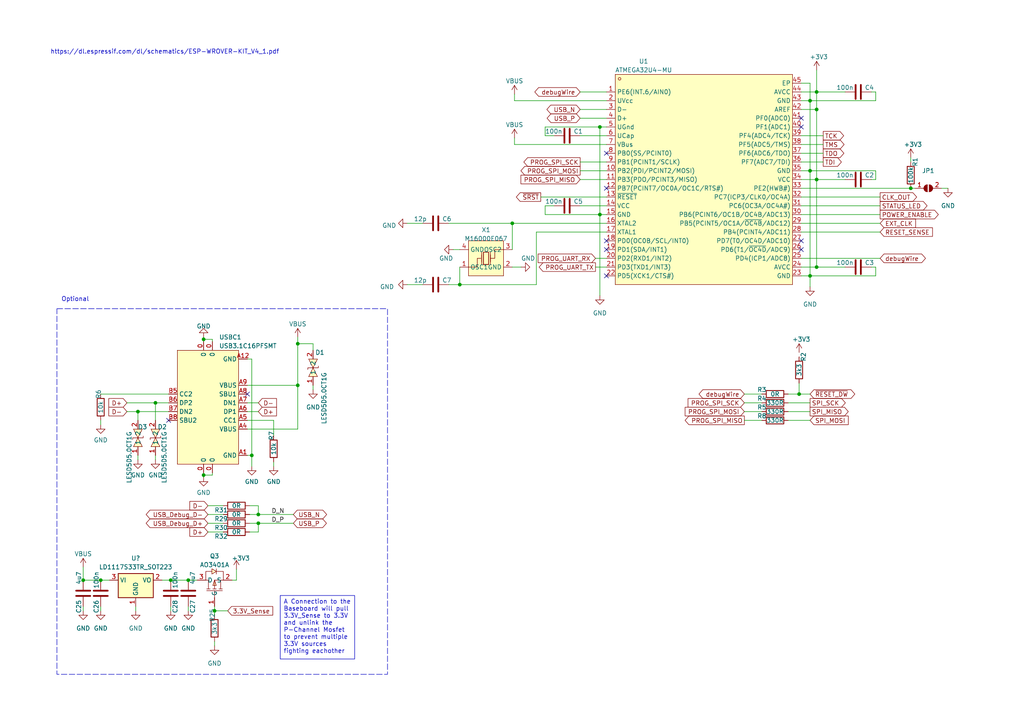
<source format=kicad_sch>
(kicad_sch (version 20230121) (generator eeschema)
  (paper "A4")
  (lib_symbols
    (symbol "Device:C" (pin_numbers hide) (pin_names (offset 0.254))
      (property "Reference" "C" (at 0.635 2.54 0))
      (property "Value" "C" (at 0.635 -2.54 0))
      (symbol "C_0_1"
        (polyline (pts (xy -2.032 -0.762) (xy 2.032 -0.762)) (stroke (width 0.508)))
        (polyline (pts (xy -2.032 0.762) (xy 2.032 0.762)) (stroke (width 0.508)))
      )
      (symbol "C_1_1"
        (pin passive line (at 0 3.81 270) (length 2.794) (name "~") (number "1"))
        (pin passive line (at 0 -3.81 90) (length 2.794) (name "~") (number "2"))
      )
    )
    (symbol "Device:R" (pin_numbers hide) (pin_names (offset 0))
      (property "Reference" "R" (at 2.032 0 90))
      (property "Value" "R" (at 0 0 90))
      (symbol "R_0_1"
        (rectangle (start -1.016 -2.54) (end 1.016 2.54) (stroke (width 0.254)))
      )
      (symbol "R_1_1"
        (pin passive line (at 0 3.81 270) (length 1.27) (name "~") (number "1"))
        (pin passive line (at 0 -3.81 90) (length 1.27) (name "~") (number "2"))
      )
    )
    (symbol "EduboardV2_kicadlib:AO3401A"
      (property "Reference" "Q?" (at 0 10.16 0))
      (property "Value" "AO3401A" (at 0 -10.16 0))
      (symbol "AO3401A_0_1"
        (polyline (pts (xy -2.54 0) (xy -0.508 0)))
        (polyline (pts (xy -0.508 2.286) (xy -0.508 -2.286)))
        (polyline (pts (xy 0 -2.286) (xy 0 -1.27)))
        (polyline (pts (xy 0 -0.508) (xy 0 0.508)))
        (polyline (pts (xy 0 1.27) (xy 0 2.286)))
        (polyline (pts (xy 2.54 -1.778) (xy 0 -1.778)))
        (polyline (pts (xy 2.54 1.778) (xy 0 1.778)))
        (polyline (pts (xy 0 0) (xy 2.54 0) (xy 2.54 -2.54)))
        (polyline (pts (xy 2.54 -2.54) (xy 5.08 -2.54) (xy 5.08 -0.508)))
        (polyline (pts (xy 2.54 0) (xy 1.016 0.508) (xy 1.016 -0.508) (xy 2.54 0)) (fill (type background)))
        (polyline (pts (xy 2.54 1.778) (xy 2.54 2.54) (xy 5.08 2.54) (xy 5.08 0.762)))
        (polyline (pts (xy 5.08 -0.508) (xy 5.842 0.762) (xy 4.318 0.762) (xy 5.08 -0.508)) (fill (type background)))
        (polyline (pts (xy 5.842 -0.508) (xy 5.588 -0.508) (xy 4.572 -0.508) (xy 4.318 -0.508)))
        (pin unspecified line (at -5.08 0 0) (length 2.54) (name "G") (number "1"))
        (pin unspecified line (at 2.54 -5.08 90) (length 2.54) (name "S") (number "2"))
        (pin unspecified line (at 2.54 5.08 270) (length 2.54) (name "D") (number "3"))
      )
    )
    (symbol "EduboardV2_kicadlib:ATMEGA32U4-MU"
      (property "Reference" "U" (at -48.26 32.385 0))
      (property "Value" "ATMEGA32U4-MU" (at 0 -33.02 0))
      (symbol "ATMEGA32U4-MU_0_1"
        (rectangle (start -49.53 30.48) (end 1.905 -30.48) (fill (type background)))
        (circle (center -48.26 29.21) (radius 0.38))
        (pin unspecified line (at -52.07 25.4 0) (length 2.54) (name "PE6(INT.6/AIN0)") (number "1"))
        (pin unspecified line (at -52.07 2.54 0) (length 2.54) (name "PB2(PDI/PCINT2/MOSI)") (number "10"))
        (pin unspecified line (at -52.07 0 0) (length 2.54) (name "PB3(PDO/PCINT3/MISO)") (number "11"))
        (pin unspecified line (at -52.07 -2.54 0) (length 2.54) (name "PB7(PCINT7/OC0A/OC1C/RTS#)") (number "12"))
        (pin unspecified line (at -52.07 -5.08 0) (length 2.54) (name "~{RESET}") (number "13"))
        (pin unspecified line (at -52.07 -7.62 0) (length 2.54) (name "VCC") (number "14"))
        (pin unspecified line (at -52.07 -10.16 0) (length 2.54) (name "GND") (number "15"))
        (pin unspecified line (at -52.07 -12.7 0) (length 2.54) (name "XTAL2") (number "16"))
        (pin unspecified line (at -52.07 -15.24 0) (length 2.54) (name "XTAL1") (number "17"))
        (pin unspecified line (at -52.07 -17.78 0) (length 2.54) (name "PD0(OC0B/SCL/INT0)") (number "18"))
        (pin unspecified line (at -52.07 -20.32 0) (length 2.54) (name "PD1(SDA/INT1)") (number "19"))
        (pin unspecified line (at -52.07 22.86 0) (length 2.54) (name "UVcc") (number "2"))
        (pin unspecified line (at -52.07 -22.86 0) (length 2.54) (name "PD2(RXD1/INT2)") (number "20"))
        (pin unspecified line (at -52.07 -25.4 0) (length 2.54) (name "PD3(TXD1/INT3)") (number "21"))
        (pin unspecified line (at -52.07 -27.94 0) (length 2.54) (name "PD5(XCK1/CTS#)") (number "22"))
        (pin unspecified line (at 4.445 -27.94 180) (length 2.54) (name "GND") (number "23"))
        (pin unspecified line (at 4.445 -25.4 180) (length 2.54) (name "AVCC") (number "24"))
        (pin unspecified line (at 4.445 -22.86 180) (length 2.54) (name "PD4(ICP1/ADC8)") (number "25"))
        (pin unspecified line (at 4.445 -20.32 180) (length 2.54) (name "PD6(T1/~{OC4D}/ADC9)") (number "26"))
        (pin unspecified line (at 4.445 -17.78 180) (length 2.54) (name "PD7(T0/OC4D/ADC10)") (number "27"))
        (pin unspecified line (at 4.445 -15.24 180) (length 2.54) (name "PB4(PCINT4/ADC11)") (number "28"))
        (pin unspecified line (at 4.445 -12.7 180) (length 2.54) (name "PB5(PCINT5/OC1A/~{OC4B}/ADC12)") (number "29"))
        (pin unspecified line (at -52.07 20.32 0) (length 2.54) (name "D-") (number "3"))
        (pin unspecified line (at 4.445 -10.16 180) (length 2.54) (name "PB6(PCINT6/OC1B/OC4B/ADC13)") (number "30"))
        (pin unspecified line (at 4.445 -7.62 180) (length 2.54) (name "PC6(OC3A/OC4A#)") (number "31"))
        (pin unspecified line (at 4.445 -5.08 180) (length 2.54) (name "PC7(ICP3/CLK0/OC4A)") (number "32"))
        (pin unspecified line (at 4.445 -2.54 180) (length 2.54) (name "PE2(HWB#)") (number "33"))
        (pin unspecified line (at 4.445 0 180) (length 2.54) (name "VCC") (number "34"))
        (pin unspecified line (at 4.445 2.54 180) (length 2.54) (name "GND") (number "35"))
        (pin unspecified line (at 4.445 5.08 180) (length 2.54) (name "PF7(ADC7/TDI)") (number "36"))
        (pin unspecified line (at 4.445 7.62 180) (length 2.54) (name "PF6(ADC6/TDO)") (number "37"))
        (pin unspecified line (at 4.445 10.16 180) (length 2.54) (name "PF5(ADC5/TMS)") (number "38"))
        (pin unspecified line (at 4.445 12.7 180) (length 2.54) (name "PF4(ADC4/TCK)") (number "39"))
        (pin unspecified line (at -52.07 17.78 0) (length 2.54) (name "D+") (number "4"))
        (pin unspecified line (at 4.445 15.24 180) (length 2.54) (name "PF1(ADC1)") (number "40"))
        (pin unspecified line (at 4.445 17.78 180) (length 2.54) (name "PF0(ADC0)") (number "41"))
        (pin unspecified line (at 4.445 20.32 180) (length 2.54) (name "AREF") (number "42"))
        (pin unspecified line (at 4.445 22.86 180) (length 2.54) (name "GND") (number "43"))
        (pin unspecified line (at 4.445 25.4 180) (length 2.54) (name "AVCC") (number "44"))
        (pin unspecified line (at 4.445 27.94 180) (length 2.54) (name "EP") (number "45"))
        (pin unspecified line (at -52.07 15.24 0) (length 2.54) (name "UGnd") (number "5"))
        (pin unspecified line (at -52.07 12.7 0) (length 2.54) (name "UCap") (number "6"))
        (pin unspecified line (at -52.07 10.16 0) (length 2.54) (name "VBus") (number "7"))
        (pin unspecified line (at -52.07 7.62 0) (length 2.54) (name "PB0(SS/PCINT0)") (number "8"))
        (pin unspecified line (at -52.07 5.08 0) (length 2.54) (name "PB1(PCINT1/SCLK)") (number "9"))
      )
    )
    (symbol "EduboardV2_kicadlib:LESD5D5.0CT1G"
      (property "Reference" "D?" (at 0 5.08 0))
      (property "Value" "LESD5D5.0CT1G" (at 0 -5.08 0))
      (symbol "LESD5D5.0CT1G_0_1"
        (polyline (pts (xy -2.54 1.27) (xy 0 0) (xy -2.54 -1.27) (xy -2.54 1.27)) (fill (type background)))
        (polyline (pts (xy 2.54 1.27) (xy 0 0) (xy 2.54 -1.27) (xy 2.54 1.27)) (fill (type background)))
        (polyline (pts (xy -0.508 1.524) (xy -0.508 1.524) (xy 0 1.524) (xy 0 -1.524) (xy 0.508 -1.524) (xy 0.508 -1.524)))
        (pin unspecified line (at -5.08 0 0) (length 2.54) (name "1") (number "1"))
        (pin unspecified line (at 5.08 0 180) (length 2.54) (name "2") (number "2"))
      )
    )
    (symbol "EduboardV2_kicadlib:M16000E067"
      (property "Reference" "X" (at 0 7.62 0))
      (property "Value" "M16000E067" (at 0 -7.62 0))
      (symbol "M16000E067_0_1"
        (rectangle (start -5.08 5.08) (end 5.08 -5.08) (fill (type background)))
        (polyline (pts (xy -1.27 -1.78) (xy -1.27 1.78)))
        (polyline (pts (xy -1.27 -1.02) (xy -1.27 1.02)))
        (polyline (pts (xy 0.76 -1.78) (xy -0.76 -1.78)))
        (polyline (pts (xy 1.27 -1.78) (xy 1.27 1.78)))
        (polyline (pts (xy 1.27 -1.02) (xy 1.27 1.02)))
        (polyline (pts (xy -5.08 -2.54) (xy -2.54 -2.54) (xy -2.54 0) (xy -1.52 0)))
        (polyline (pts (xy -0.76 -1.78) (xy -0.76 1.78) (xy 0.76 1.78) (xy 0.76 -1.78)))
        (polyline (pts (xy 5.08 2.54) (xy 2.54 2.54) (xy 2.54 0) (xy 1.27 0)))
        (polyline (pts (xy 0.76 1.78) (xy 0.76 -1.78) (xy -0.76 -1.78) (xy -0.76 1.78) (xy 0.76 1.78)) (fill (type background)))
        (pin input line (at -7.62 -2.54 0) (length 2.54) (name "OSC1") (number "1"))
        (pin input line (at 7.62 -2.54 180) (length 2.54) (name "GND") (number "2"))
        (pin input line (at 7.62 2.54 180) (length 2.54) (name "OSC2") (number "3"))
        (pin input line (at -7.62 2.54 0) (length 2.54) (name "GND") (number "4"))
      )
    )
    (symbol "EduboardV2_kicadlib:USB3.1C16PFSMT"
      (property "Reference" "USBC?" (at 0 24.13 0))
      (property "Value" "USB3.1C16PFSMT" (at 0 -24.13 0))
      (symbol "USB3.1C16PFSMT_0_1"
        (rectangle (start -8.89 16.51) (end 8.89 -16.51) (fill (type background)))
        (pin unspecified line (at -1.27 -19.05 90) (length 2.54) (name "0") (number "0"))
        (pin unspecified line (at -1.27 19.05 270) (length 2.54) (name "0") (number "0"))
        (pin unspecified line (at 1.27 -19.05 90) (length 2.54) (name "0") (number "0"))
        (pin unspecified line (at 1.27 19.05 270) (length 2.54) (name "0") (number "0"))
        (pin unspecified line (at 11.43 -13.97 180) (length 2.54) (name "GND") (number "A1"))
        (pin unspecified line (at 11.43 13.97 180) (length 2.54) (name "GND") (number "A12"))
        (pin unspecified line (at 11.43 -6.35 180) (length 2.54) (name "VBUS") (number "A4"))
        (pin unspecified line (at 11.43 -3.81 180) (length 2.54) (name "CC1") (number "A5"))
        (pin unspecified line (at 11.43 -1.27 180) (length 2.54) (name "DP1") (number "A6"))
        (pin unspecified line (at 11.43 1.27 180) (length 2.54) (name "DN1") (number "A7"))
        (pin unspecified line (at 11.43 3.81 180) (length 2.54) (name "SBU1") (number "A8"))
        (pin unspecified line (at 11.43 6.35 180) (length 2.54) (name "VBUS") (number "A9"))
        (pin unspecified line (at -11.43 3.81 0) (length 2.54) (name "CC2") (number "B5"))
        (pin unspecified line (at -11.43 1.27 0) (length 2.54) (name "DP2") (number "B6"))
        (pin unspecified line (at -11.43 -1.27 0) (length 2.54) (name "DN2") (number "B7"))
        (pin unspecified line (at -11.43 -3.81 0) (length 2.54) (name "SBU2") (number "B8"))
      )
    )
    (symbol "Jumper:SolderJumper_2_Open" (pin_names (offset 0) hide)
      (property "Reference" "JP" (at 0 2.032 0))
      (property "Value" "SolderJumper_2_Open" (at 0 -2.54 0))
      (symbol "SolderJumper_2_Open_0_1"
        (arc (start -0.254 1.016) (mid -1.2656 0) (end -0.254 -1.016))
        (arc (start -0.254 1.016) (mid -1.2656 0) (end -0.254 -1.016) (fill (type outline)))
        (polyline (pts (xy -0.254 1.016) (xy -0.254 -1.016)))
        (polyline (pts (xy 0.254 1.016) (xy 0.254 -1.016)))
        (arc (start 0.254 -1.016) (mid 1.2656 0) (end 0.254 1.016))
        (arc (start 0.254 -1.016) (mid 1.2656 0) (end 0.254 1.016) (fill (type outline)))
      )
      (symbol "SolderJumper_2_Open_1_1"
        (pin passive line (at -3.81 0 0) (length 2.54) (name "A") (number "1"))
        (pin passive line (at 3.81 0 180) (length 2.54) (name "B") (number "2"))
      )
    )
    (symbol "Regulator_Linear:LD1117S33TR_SOT223"
      (property "Reference" "U" (at -3.81 3.175 0))
      (property "Value" "LD1117S33TR_SOT223" (at 0 3.175 0))
      (symbol "LD1117S33TR_SOT223_0_1"
        (rectangle (start -5.08 -5.08) (end 5.08 1.905) (stroke (width 0.254)) (fill (type background)))
      )
      (symbol "LD1117S33TR_SOT223_1_1"
        (pin power_in line (at 0 -7.62 90) (length 2.54) (name "GND") (number "1"))
        (pin power_out line (at 7.62 0 180) (length 2.54) (name "VO") (number "2"))
        (pin power_in line (at -7.62 0 0) (length 2.54) (name "VI") (number "3"))
      )
    )
    (symbol "power:+3V3" (power) (pin_names (offset 0))
      (property "Value" "+3V3" (at 0 3.556 0))
      (symbol "+3V3_0_1"
        (polyline (pts (xy -0.762 1.27) (xy 0 2.54)))
        (polyline (pts (xy 0 0) (xy 0 2.54)))
        (polyline (pts (xy 0 2.54) (xy 0.762 1.27)))
      )
      (symbol "+3V3_1_1"
        (pin power_in line (at 0 0 90) (length 0) hide (name "+3V3") (number "1"))
      )
    )
    (symbol "power:GND" (power) (pin_names (offset 0))
      (property "Value" "GND" (at 0 -3.81 0))
      (symbol "GND_0_1"
        (polyline (pts (xy 0 0) (xy 0 -1.27) (xy 1.27 -1.27) (xy 0 -2.54) (xy -1.27 -1.27) (xy 0 -1.27)))
      )
      (symbol "GND_1_1"
        (pin power_in line (at 0 0 270) (length 0) hide (name "GND") (number "1"))
      )
    )
    (symbol "power:VBUS" (power) (pin_names (offset 0))
      (property "Value" "VBUS" (at 0 3.81 0))
      (symbol "VBUS_0_1"
        (polyline (pts (xy -0.762 1.27) (xy 0 2.54)))
        (polyline (pts (xy 0 0) (xy 0 2.54)))
        (polyline (pts (xy 0 2.54) (xy 0.762 1.27)))
      )
      (symbol "VBUS_1_1"
        (pin power_in line (at 0 0 90) (length 0) hide (name "VBUS") (number "1"))
      )
    )
  )
  (junction (at 74.93 151.765))
  (junction (at 231.775 114.3))
  (junction (at 173.99 62.23))
  (junction (at 24.13 168.275))
  (junction (at 54.61 168.275))
  (junction (at 86.36 99.695))
  (junction (at 264.16 54.61))
  (junction (at 45.085 116.84))
  (junction (at 236.855 52.07))
  (junction (at 59.055 98.425))
  (junction (at 74.93 149.225))
  (junction (at 86.36 111.76))
  (junction (at 173.99 36.83))
  (junction (at 234.95 49.53))
  (junction (at 148.59 64.77))
  (junction (at 59.055 137.795))
  (junction (at 236.855 26.67))
  (junction (at 234.95 80.01))
  (junction (at 73.025 132.08))
  (junction (at 133.35 82.55))
  (junction (at 29.21 168.275))
  (junction (at 62.23 177.165))
  (junction (at 40.005 119.38))
  (junction (at 236.855 31.75))
  (junction (at 236.855 77.47))
  (junction (at 49.53 168.275))
  (junction (at 234.95 29.21))
  (no_connect (at 48.895 121.92))
  (no_connect (at 71.755 114.3))
  (no_connect (at 175.895 44.45))
  (no_connect (at 175.895 54.61))
  (no_connect (at 232.41 69.85))
  (no_connect (at 175.895 72.39))
  (no_connect (at 232.41 34.29))
  (no_connect (at 232.41 36.83))
  (no_connect (at 175.895 69.85))
  (no_connect (at 232.41 72.39))
  (no_connect (at 175.895 80.01))
  (wire (pts (xy 234.95 49.53) (xy 234.95 80.01)))
  (wire (pts (xy 71.755 124.46) (xy 86.36 124.46)))
  (wire (pts (xy 62.23 186.055) (xy 62.23 187.325)))
  (wire (pts (xy 62.23 177.165) (xy 62.23 178.435)))
  (wire (pts (xy 74.93 149.225) (xy 72.39 149.225)))
  (wire (pts (xy 118.11 64.77) (xy 122.555 64.77)))
  (wire (pts (xy 228.6 119.38) (xy 234.95 119.38)))
  (wire (pts (xy 66.04 177.165) (xy 62.23 177.165)))
  (wire (pts (xy 168.275 49.53) (xy 175.895 49.53)))
  (wire (pts (xy 59.055 137.795) (xy 59.055 138.43)))
  (wire (pts (xy 215.9 116.84) (xy 220.98 116.84)))
  (wire (pts (xy 215.9 114.3) (xy 220.98 114.3)))
  (wire (pts (xy 73.025 135.255) (xy 73.025 132.08)))
  (wire (pts (xy 60.325 154.305) (xy 64.77 154.305)))
  (wire (pts (xy 86.36 99.695) (xy 86.36 111.76)))
  (wire (pts (xy 118.11 82.55) (xy 122.555 82.55)))
  (wire (pts (xy 168.275 52.07) (xy 175.895 52.07)))
  (wire (pts (xy 232.41 62.23) (xy 255.27 62.23)))
  (wire (pts (xy 234.95 24.13) (xy 234.95 29.21)))
  (wire (pts (xy 228.6 121.92) (xy 234.95 121.92)))
  (wire (pts (xy 148.59 77.47) (xy 151.13 77.47)))
  (wire (pts (xy 232.41 44.45) (xy 238.76 44.45)))
  (wire (pts (xy 29.21 168.275) (xy 31.75 168.275)))
  (wire (pts (xy 158.115 39.37) (xy 160.655 39.37)))
  (wire (pts (xy 79.375 121.92) (xy 71.755 121.92)))
  (wire (pts (xy 40.005 119.38) (xy 40.005 121.92)))
  (wire (pts (xy 60.325 149.225) (xy 64.77 149.225)))
  (wire (pts (xy 61.595 98.425) (xy 59.055 98.425)))
  (wire (pts (xy 36.83 116.84) (xy 45.085 116.84)))
  (wire (pts (xy 168.275 34.29) (xy 175.895 34.29)))
  (wire (pts (xy 172.72 74.93) (xy 175.895 74.93)))
  (wire (pts (xy 234.95 80.01) (xy 232.41 80.01)))
  (wire (pts (xy 236.855 20.32) (xy 236.855 26.67)))
  (wire (pts (xy 49.53 168.275) (xy 54.61 168.275)))
  (wire (pts (xy 232.41 64.77) (xy 255.27 64.77)))
  (wire (pts (xy 60.325 151.765) (xy 64.77 151.765)))
  (wire (pts (xy 74.93 146.685) (xy 74.93 149.225)))
  (wire (pts (xy 232.41 39.37) (xy 238.76 39.37)))
  (wire (pts (xy 72.39 146.685) (xy 74.93 146.685)))
  (wire (pts (xy 149.225 41.91) (xy 175.895 41.91)))
  (wire (pts (xy 29.21 121.92) (xy 29.21 123.19)))
  (wire (pts (xy 59.055 137.16) (xy 59.055 137.795)))
  (wire (pts (xy 264.16 45.72) (xy 264.16 46.99)))
  (wire (pts (xy 131.445 72.39) (xy 133.35 72.39)))
  (wire (pts (xy 74.93 149.225) (xy 85.09 149.225)))
  (wire (pts (xy 232.41 29.21) (xy 234.95 29.21)))
  (wire (pts (xy 45.085 116.84) (xy 45.085 121.92)))
  (wire (pts (xy 252.73 26.67) (xy 254 26.67)))
  (wire (pts (xy 168.275 31.75) (xy 175.895 31.75)))
  (wire (pts (xy 67.31 168.275) (xy 68.58 168.275)))
  (wire (pts (xy 79.375 133.985) (xy 79.375 135.255)))
  (wire (pts (xy 36.83 119.38) (xy 40.005 119.38)))
  (wire (pts (xy 148.59 64.77) (xy 148.59 72.39)))
  (wire (pts (xy 236.855 31.75) (xy 236.855 52.07)))
  (wire (pts (xy 234.95 29.21) (xy 234.95 49.53)))
  (wire (pts (xy 234.95 29.21) (xy 254 29.21)))
  (wire (pts (xy 232.41 57.15) (xy 255.27 57.15)))
  (wire (pts (xy 236.855 77.47) (xy 245.11 77.47)))
  (wire (pts (xy 71.755 111.76) (xy 86.36 111.76)))
  (wire (pts (xy 158.115 59.69) (xy 160.655 59.69)))
  (wire (pts (xy 232.41 67.31) (xy 255.27 67.31)))
  (wire (pts (xy 228.6 116.84) (xy 234.95 116.84)))
  (wire (pts (xy 155.575 82.55) (xy 133.35 82.55)))
  (wire (pts (xy 24.13 164.465) (xy 24.13 168.275)))
  (wire (pts (xy 231.775 114.3) (xy 234.95 114.3)))
  (wire (pts (xy 232.41 77.47) (xy 236.855 77.47)))
  (wire (pts (xy 74.93 151.765) (xy 72.39 151.765)))
  (wire (pts (xy 232.41 41.91) (xy 238.76 41.91)))
  (wire (pts (xy 156.845 57.15) (xy 175.895 57.15)))
  (wire (pts (xy 215.9 119.38) (xy 220.98 119.38)))
  (wire (pts (xy 236.855 26.67) (xy 245.11 26.67)))
  (wire (pts (xy 40.005 132.08) (xy 40.005 133.35)))
  (wire (pts (xy 234.95 83.185) (xy 234.95 80.01)))
  (wire (pts (xy 90.805 101.6) (xy 90.805 99.695)))
  (wire (pts (xy 168.275 59.69) (xy 175.895 59.69)))
  (wire (pts (xy 54.61 175.895) (xy 54.61 177.165)))
  (wire (pts (xy 231.775 111.125) (xy 231.775 114.3)))
  (wire (pts (xy 236.855 52.07) (xy 245.11 52.07)))
  (wire (pts (xy 155.575 67.31) (xy 175.895 67.31)))
  (wire (pts (xy 61.595 137.795) (xy 59.055 137.795)))
  (wire (pts (xy 49.53 175.895) (xy 49.53 177.165)))
  (wire (pts (xy 133.35 77.47) (xy 133.35 82.55)))
  (wire (pts (xy 59.055 97.79) (xy 59.055 98.425)))
  (wire (pts (xy 40.005 119.38) (xy 48.895 119.38)))
  (wire (pts (xy 149.225 40.005) (xy 149.225 41.91)))
  (wire (pts (xy 252.73 52.07) (xy 254 52.07)))
  (wire (pts (xy 46.99 168.275) (xy 49.53 168.275)))
  (wire (pts (xy 175.895 62.23) (xy 173.99 62.23)))
  (wire (pts (xy 232.41 46.99) (xy 238.76 46.99)))
  (wire (pts (xy 86.36 97.79) (xy 86.36 99.695)))
  (wire (pts (xy 155.575 67.31) (xy 155.575 82.55)))
  (wire (pts (xy 173.99 62.23) (xy 173.99 85.725)))
  (wire (pts (xy 61.595 99.06) (xy 61.595 98.425)))
  (wire (pts (xy 39.37 175.895) (xy 39.37 177.165)))
  (wire (pts (xy 71.755 119.38) (xy 74.93 119.38)))
  (wire (pts (xy 149.225 29.21) (xy 175.895 29.21)))
  (wire (pts (xy 61.595 137.16) (xy 61.595 137.795)))
  (wire (pts (xy 29.21 175.895) (xy 29.21 177.165)))
  (wire (pts (xy 72.39 154.305) (xy 74.93 154.305)))
  (wire (pts (xy 254 77.47) (xy 254 80.01)))
  (wire (pts (xy 232.41 26.67) (xy 236.855 26.67)))
  (wire (pts (xy 158.115 62.23) (xy 158.115 59.69)))
  (wire (pts (xy 74.93 151.765) (xy 85.09 151.765)))
  (wire (pts (xy 228.6 114.3) (xy 231.775 114.3)))
  (wire (pts (xy 148.59 64.77) (xy 175.895 64.77)))
  (wire (pts (xy 236.855 52.07) (xy 236.855 77.47)))
  (wire (pts (xy 232.41 54.61) (xy 264.16 54.61)))
  (wire (pts (xy 158.115 36.83) (xy 173.99 36.83)))
  (wire (pts (xy 252.73 77.47) (xy 254 77.47)))
  (wire (pts (xy 71.755 104.14) (xy 73.025 104.14)))
  (wire (pts (xy 86.36 124.46) (xy 86.36 111.76)))
  (wire (pts (xy 90.805 99.695) (xy 86.36 99.695)))
  (wire (pts (xy 232.41 74.93) (xy 255.27 74.93)))
  (wire (pts (xy 62.23 177.165) (xy 62.23 175.895)))
  (wire (pts (xy 264.16 54.61) (xy 265.43 54.61)))
  (wire (pts (xy 74.93 154.305) (xy 74.93 151.765)))
  (wire (pts (xy 24.13 168.275) (xy 29.21 168.275)))
  (wire (pts (xy 234.95 80.01) (xy 254 80.01)))
  (wire (pts (xy 168.275 26.67) (xy 175.895 26.67)))
  (wire (pts (xy 73.025 132.08) (xy 71.755 132.08)))
  (wire (pts (xy 149.225 27.305) (xy 149.225 29.21)))
  (wire (pts (xy 90.805 111.76) (xy 90.805 113.03)))
  (wire (pts (xy 172.72 77.47) (xy 175.895 77.47)))
  (wire (pts (xy 254 52.07) (xy 254 49.53)))
  (wire (pts (xy 232.41 49.53) (xy 234.95 49.53)))
  (wire (pts (xy 133.35 82.55) (xy 130.175 82.55)))
  (wire (pts (xy 232.41 31.75) (xy 236.855 31.75)))
  (wire (pts (xy 45.085 132.08) (xy 45.085 133.35)))
  (wire (pts (xy 24.13 175.895) (xy 24.13 177.165)))
  (wire (pts (xy 173.99 36.83) (xy 173.99 62.23)))
  (wire (pts (xy 232.41 59.69) (xy 255.27 59.69)))
  (wire (pts (xy 54.61 168.275) (xy 57.15 168.275)))
  (wire (pts (xy 232.41 52.07) (xy 236.855 52.07)))
  (wire (pts (xy 79.375 126.365) (xy 79.375 121.92)))
  (wire (pts (xy 232.41 24.13) (xy 234.95 24.13)))
  (wire (pts (xy 236.855 26.67) (xy 236.855 31.75)))
  (wire (pts (xy 73.025 104.14) (xy 73.025 132.08)))
  (wire (pts (xy 68.58 168.275) (xy 68.58 165.1)))
  (wire (pts (xy 59.055 98.425) (xy 59.055 99.06)))
  (wire (pts (xy 29.21 114.3) (xy 48.895 114.3)))
  (wire (pts (xy 173.99 62.23) (xy 158.115 62.23)))
  (wire (pts (xy 168.275 39.37) (xy 175.895 39.37)))
  (wire (pts (xy 168.275 46.99) (xy 175.895 46.99)))
  (wire (pts (xy 254 26.67) (xy 254 29.21)))
  (wire (pts (xy 234.95 49.53) (xy 254 49.53)))
  (wire (pts (xy 45.085 116.84) (xy 48.895 116.84)))
  (wire (pts (xy 158.115 36.83) (xy 158.115 39.37)))
  (wire (pts (xy 130.175 64.77) (xy 148.59 64.77)))
  (wire (pts (xy 215.9 121.92) (xy 220.98 121.92)))
  (wire (pts (xy 60.325 146.685) (xy 64.77 146.685)))
  (wire (pts (xy 273.05 54.61) (xy 274.955 54.61)))
  (wire (pts (xy 71.755 116.84) (xy 74.93 116.84)))
  (wire (pts (xy 175.895 36.83) (xy 173.99 36.83)))
  (rectangle (start 16.51 89.535) (end 112.395 195.58) (stroke (width 0) (type dash)))
  (text_box "A Connection to the Baseboard will pull 3.3V_Sense to 3.3V and unlink the P-Channel Mosfet to prevent multiple 3.3V sources fighting eachother" (at 81.28 172.72 0) (size 21.59 18.415) (effects (font (size 1.27 1.27)) (justify left top)))
  (text "Optional" (at 17.78 87.63 0) (effects (font (size 1.27 1.27)) (justify left bottom)))
  (text "https://dl.espressif.com/dl/schematics/ESP-WROVER-KIT_V4_1.pdf" (at 14.605 15.875 0) (effects (font (size 1.27 1.27)) (justify left bottom)))
  (label "D_P" (at 78.74 151.765 0))
  (label "D_N" (at 78.74 149.225 0))
  (global_label "~{SRST}" (shape output) (at 156.845 57.15 180) (property "Intersheetrefs" "${INTERSHEET_REFS}" (effects hide)))
  (global_label "~{RESET_DW}" (shape bidirectional) (at 234.95 114.3 0) (property "Intersheetrefs" "${INTERSHEET_REFS}" (effects hide)))
  (global_label "debugWire" (shape bidirectional) (at 168.275 26.67 180) (property "Intersheetrefs" "${INTERSHEET_REFS}" (effects hide)))
  (global_label "D-" (shape input) (at 74.93 116.84 0) (property "Intersheetrefs" "${INTERSHEET_REFS}" (effects hide)))
  (global_label "TDO" (shape output) (at 238.76 44.45 0) (property "Intersheetrefs" "${INTERSHEET_REFS}" (effects hide)))
  (global_label "PROG_SPI_SCK" (shape input) (at 215.9 116.84 180) (property "Intersheetrefs" "${INTERSHEET_REFS}" (effects hide)))
  (global_label "STATUS_LED" (shape output) (at 255.27 59.69 0) (property "Intersheetrefs" "${INTERSHEET_REFS}" (effects hide)))
  (global_label "PROG_SPI_MISO" (shape input) (at 168.275 52.07 180) (property "Intersheetrefs" "${INTERSHEET_REFS}" (effects hide)))
  (global_label "debugWire" (shape bidirectional) (at 215.9 114.3 180) (property "Intersheetrefs" "${INTERSHEET_REFS}" (effects hide)))
  (global_label "USB_P" (shape bidirectional) (at 168.275 34.29 180) (property "Intersheetrefs" "${INTERSHEET_REFS}" (effects hide)))
  (global_label "USB_N" (shape bidirectional) (at 85.09 149.225 0) (property "Intersheetrefs" "${INTERSHEET_REFS}" (effects hide)))
  (global_label "3.3V_Sense" (shape input) (at 66.04 177.165 0) (property "Intersheetrefs" "${INTERSHEET_REFS}" (effects hide)))
  (global_label "PROG_SPI_MOSI" (shape input) (at 215.9 119.38 180) (property "Intersheetrefs" "${INTERSHEET_REFS}" (effects hide)))
  (global_label "USB_N" (shape bidirectional) (at 168.275 31.75 180) (property "Intersheetrefs" "${INTERSHEET_REFS}" (effects hide)))
  (global_label "SPI_MOSI" (shape input) (at 234.95 121.92 0) (property "Intersheetrefs" "${INTERSHEET_REFS}" (effects hide)))
  (global_label "PROG_SPI_SCK" (shape output) (at 168.275 46.99 180) (property "Intersheetrefs" "${INTERSHEET_REFS}" (effects hide)))
  (global_label "D-" (shape input) (at 60.325 146.685 180) (property "Intersheetrefs" "${INTERSHEET_REFS}" (effects hide)))
  (global_label "TCK" (shape output) (at 238.76 39.37 0) (property "Intersheetrefs" "${INTERSHEET_REFS}" (effects hide)))
  (global_label "POWER_ENABLE" (shape output) (at 255.27 62.23 0) (property "Intersheetrefs" "${INTERSHEET_REFS}" (effects hide)))
  (global_label "EXT_CLK" (shape input) (at 255.27 64.77 0) (property "Intersheetrefs" "${INTERSHEET_REFS}" (effects hide)))
  (global_label "TDI" (shape output) (at 238.76 46.99 0) (property "Intersheetrefs" "${INTERSHEET_REFS}" (effects hide)))
  (global_label "USB_Debug_D+" (shape bidirectional) (at 60.325 151.765 180) (property "Intersheetrefs" "${INTERSHEET_REFS}" (effects hide)))
  (global_label "PROG_UART_TX" (shape output) (at 172.72 77.47 180) (property "Intersheetrefs" "${INTERSHEET_REFS}" (effects hide)))
  (global_label "SPI_MISO" (shape output) (at 234.95 119.38 0) (property "Intersheetrefs" "${INTERSHEET_REFS}" (effects hide)))
  (global_label "SPI_SCK" (shape output) (at 234.95 116.84 0) (property "Intersheetrefs" "${INTERSHEET_REFS}" (effects hide)))
  (global_label "USB_Debug_D-" (shape bidirectional) (at 60.325 149.225 180) (property "Intersheetrefs" "${INTERSHEET_REFS}" (effects hide)))
  (global_label "PROG_UART_RX" (shape input) (at 172.72 74.93 180) (property "Intersheetrefs" "${INTERSHEET_REFS}" (effects hide)))
  (global_label "RESET_SENSE" (shape input) (at 255.27 67.31 0) (property "Intersheetrefs" "${INTERSHEET_REFS}" (effects hide)))
  (global_label "D+" (shape input) (at 74.93 119.38 0) (property "Intersheetrefs" "${INTERSHEET_REFS}" (effects hide)))
  (global_label "TMS" (shape output) (at 238.76 41.91 0) (property "Intersheetrefs" "${INTERSHEET_REFS}" (effects hide)))
  (global_label "D-" (shape input) (at 36.83 119.38 180) (property "Intersheetrefs" "${INTERSHEET_REFS}" (effects hide)))
  (global_label "PROG_SPI_MOSI" (shape output) (at 168.275 49.53 180) (property "Intersheetrefs" "${INTERSHEET_REFS}" (effects hide)))
  (global_label "CLK_OUT" (shape output) (at 255.27 57.15 0) (property "Intersheetrefs" "${INTERSHEET_REFS}" (effects hide)))
  (global_label "PROG_SPI_MISO" (shape output) (at 215.9 121.92 180) (property "Intersheetrefs" "${INTERSHEET_REFS}" (effects hide)))
  (global_label "USB_P" (shape bidirectional) (at 85.09 151.765 0) (property "Intersheetrefs" "${INTERSHEET_REFS}" (effects hide)))
  (global_label "debugWire" (shape bidirectional) (at 255.27 74.93 0) (property "Intersheetrefs" "${INTERSHEET_REFS}" (effects hide)))
  (global_label "D+" (shape input) (at 60.325 154.305 180) (property "Intersheetrefs" "${INTERSHEET_REFS}" (effects hide)))
  (global_label "D+" (shape input) (at 36.83 116.84 180) (property "Intersheetrefs" "${INTERSHEET_REFS}" (effects hide)))
  (symbol (lib_id "power:GND") (at 40.005 133.35 0) (unit 1)
    (property "Reference" "#PWR015" (effects hide))
    (property "Value" "GND" (at 40.005 137.795 0))
  )
  (symbol (lib_id "Device:R") (at 79.375 130.175 0) (unit 1)
    (property "Reference" "R7" (at 78.74 126.365 90))
    (property "Value" "10k" (at 79.375 130.175 90))
    (property "Footprint" "Resistor_SMD:R_0603_1608Metric" (effects hide))
    (property "LCSC Part" "C116677" (effects hide))
  )
  (symbol (lib_id "power:GND") (at 131.445 72.39 270) (unit 1)
    (property "Reference" "#PWR020" (effects hide))
    (property "Value" "GND" (at 131.445 74.93 90) (effects (justify right)))
  )
  (symbol (lib_id "power:GND") (at 90.805 113.03 0) (unit 1)
    (property "Reference" "#PWR014" (effects hide))
    (property "Value" "GND" (at 90.805 118.11 0))
  )
  (symbol (lib_id "Device:R") (at 29.21 118.11 0) (unit 1)
    (property "Reference" "R6" (at 28.575 114.3 90))
    (property "Value" "10k" (at 29.21 118.11 90))
    (property "Footprint" "Resistor_SMD:R_0603_1608Metric" (effects hide))
    (property "LCSC Part" "C116677" (effects hide))
  )
  (symbol (lib_id "Device:C") (at 248.92 77.47 270) (mirror x) (unit 1)
    (property "Reference" "C3" (at 250.825 76.2 90) (effects (justify left)))
    (property "Value" "100n" (at 242.57 76.2 90) (effects (justify left)))
    (property "Footprint" "Capacitor_SMD:C_0603_1608Metric" (effects hide))
    (property "LCSC Part" "C105907" (effects hide))
  )
  (symbol (lib_id "Device:R") (at 224.79 116.84 270) (unit 1)
    (property "Reference" "R4" (at 220.98 115.57 90))
    (property "Value" "330R" (at 224.79 116.84 90))
    (property "Footprint" "Resistor_SMD:R_0603_1608Metric" (effects hide))
    (property "LCSC Part" "C116677" (effects hide))
  )
  (symbol (lib_id "power:GND") (at 39.37 177.165 0) (unit 1)
    (property "Reference" "#PWR067" (effects hide))
    (property "Value" "GND" (at 39.37 182.245 0))
  )
  (symbol (lib_id "power:+3V3") (at 236.855 20.32 0) (unit 1)
    (property "Reference" "#PWR017" (effects hide))
    (property "Value" "+3V3" (at 237.49 16.51 0))
  )
  (symbol (lib_id "Device:R") (at 264.16 50.8 180) (unit 1)
    (property "Reference" "R1" (at 265.43 46.99 90))
    (property "Value" "100k" (at 264.16 50.8 90))
    (property "Footprint" "Resistor_SMD:R_0603_1608Metric" (effects hide))
    (property "LCSC Part" "C116677" (effects hide))
  )
  (symbol (lib_id "Device:R") (at 68.58 149.225 90) (unit 1)
    (property "Reference" "R29" (at 64.135 150.495 90))
    (property "Value" "0R" (at 68.58 149.225 90))
    (property "Footprint" "Resistor_SMD:R_0603_1608Metric" (effects hide))
    (property "LCSC Part" "C465460" (effects hide))
  )
  (symbol (lib_id "Device:C") (at 49.53 172.085 0) (mirror x) (unit 1)
    (property "Reference" "C28" (at 50.8 173.99 90) (effects (justify left)))
    (property "Value" "100n" (at 50.8 165.735 90) (effects (justify left)))
    (property "Footprint" "Capacitor_SMD:C_0603_1608Metric" (effects hide))
    (property "LCSC Part" "C105907" (effects hide))
  )
  (symbol (lib_id "power:GND") (at 45.085 133.35 0) (unit 1)
    (property "Reference" "#PWR016" (effects hide))
    (property "Value" "GND" (at 45.085 137.795 0))
  )
  (symbol (lib_id "EduboardV2_kicadlib:ATMEGA32U4-MU") (at 227.965 52.07 0) (unit 1)
    (property "Reference" "U1" (at 186.69 17.78 0))
    (property "Value" "ATMEGA32U4-MU" (at 186.69 20.32 0))
    (property "Footprint" "EduboardV2_kicadlib:VQFN-44_L7.0-W7.0-P0.50-BL-EP5.2" (effects hide))
    (property "Datasheet" "https://lcsc.com/product-detail/ATMEL-AVR_MICROCHIP_ATMEGA32U4-MU_ATMEGA32U4-MU_C112161.html" (effects hide))
    (property "Manufacturer" "MICROCHIP(美国微芯)" (effects hide))
    (property "LCSC Part" "C112161" (effects hide))
    (property "JLC Part" "Extended Part" (effects hide))
  )
  (symbol (lib_id "power:GND") (at 79.375 135.255 0) (unit 1)
    (property "Reference" "#PWR011" (effects hide))
    (property "Value" "GND" (at 79.375 139.7 0))
  )
  (symbol (lib_id "power:VBUS") (at 149.225 40.005 0) (unit 1)
    (property "Reference" "#PWR02" (effects hide))
    (property "Value" "VBUS" (at 149.225 36.195 0))
  )
  (symbol (lib_id "Jumper:SolderJumper_2_Open") (at 269.24 54.61 0) (unit 1)
    (property "Reference" "JP1" (at 269.24 49.53 0))
    (property "Value" "SolderJumper_2_Open" (effects hide))
  )
  (symbol (lib_id "Device:R") (at 62.23 182.245 0) (unit 1)
    (property "Reference" "R25" (at 61.595 178.435 90))
    (property "Value" "3k3" (at 62.23 182.245 90))
    (property "Footprint" "Resistor_SMD:R_0603_1608Metric" (effects hide))
    (property "LCSC Part" "C115003" (effects hide))
  )
  (symbol (lib_id "Device:C") (at 164.465 39.37 270) (mirror x) (unit 1)
    (property "Reference" "C1" (at 166.37 38.1 90) (effects (justify left)))
    (property "Value" "100n" (at 158.115 38.1 90) (effects (justify left)))
    (property "Footprint" "Capacitor_SMD:C_0603_1608Metric" (effects hide))
    (property "LCSC Part" "C105907" (effects hide))
  )
  (symbol (lib_id "power:VBUS") (at 149.225 27.305 0) (unit 1)
    (property "Reference" "#PWR03" (effects hide))
    (property "Value" "VBUS" (at 149.225 23.495 0))
  )
  (symbol (lib_id "power:GND") (at 24.13 177.165 0) (unit 1)
    (property "Reference" "#PWR069" (effects hide))
    (property "Value" "GND" (at 24.13 182.245 0))
  )
  (symbol (lib_id "Device:C") (at 54.61 172.085 0) (mirror x) (unit 1)
    (property "Reference" "C27" (at 55.88 173.99 90) (effects (justify left)))
    (property "Value" "4u7" (at 55.88 165.735 90) (effects (justify left)))
    (property "Footprint" "Capacitor_SMD:C_0805_2012Metric" (effects hide))
    (property "LCSC Part" "C76642" (effects hide))
  )
  (symbol (lib_id "power:GND") (at 73.025 135.255 0) (unit 1)
    (property "Reference" "#PWR013" (effects hide))
    (property "Value" "GND" (at 73.025 139.7 0))
  )
  (symbol (lib_id "EduboardV2_kicadlib:LESD5D5.0CT1G") (at 40.005 127 90) (unit 1)
    (property "Reference" "D3" (at 40.005 123.825 90) (effects (justify right)))
    (property "Value" "LESD5D5.0CT1G" (at 37.465 125.095 0) (effects (justify right)))
    (property "Footprint" "EduboardV2_kicadlib:SOD-523_L1.2-W0.8-LS1.6-BI" (effects hide))
    (property "Datasheet" "https://lcsc.com/product-detail/New-Arrivals_Leshan-Radio-LESD5D5-0CT1G_C383211.html" (effects hide))
    (property "Manufacturer" "LRC(乐山无线电)" (effects hide))
    (property "LCSC Part" "C383211" (effects hide))
    (property "JLC Part" "Extended Part" (effects hide))
    (property "JLCPCB Part #" "C383211" (effects hide))
  )
  (symbol (lib_id "Device:R") (at 231.775 107.315 180) (unit 1)
    (property "Reference" "R2" (at 233.045 103.505 90))
    (property "Value" "3k3" (at 231.775 107.315 90))
    (property "Footprint" "Resistor_SMD:R_0603_1608Metric" (effects hide))
    (property "LCSC Part" "C116677" (effects hide))
  )
  (symbol (lib_id "Device:C") (at 126.365 64.77 270) (mirror x) (unit 1)
    (property "Reference" "C6" (at 128.27 63.5 90) (effects (justify left)))
    (property "Value" "12p" (at 120.015 63.5 90) (effects (justify left)))
    (property "Footprint" "Capacitor_SMD:C_0603_1608Metric" (effects hide))
    (property "LCSC Part" "C105907" (effects hide))
  )
  (symbol (lib_id "EduboardV2_kicadlib:LESD5D5.0CT1G") (at 90.805 106.68 90) (unit 1)
    (property "Reference" "D1" (at 91.44 102.235 90) (effects (justify right)))
    (property "Value" "LESD5D5.0CT1G" (at 93.98 107.95 0) (effects (justify right)))
    (property "Footprint" "EduboardV2_kicadlib:SOD-523_L1.2-W0.8-LS1.6-BI" (effects hide))
    (property "Datasheet" "https://lcsc.com/product-detail/New-Arrivals_Leshan-Radio-LESD5D5-0CT1G_C383211.html" (effects hide))
    (property "Manufacturer" "LRC(乐山无线电)" (effects hide))
    (property "LCSC Part" "C383211" (effects hide))
    (property "JLC Part" "Extended Part" (effects hide))
    (property "JLCPCB Part #" "C383211" (effects hide))
  )
  (symbol (lib_id "power:GND") (at 49.53 177.165 0) (unit 1)
    (property "Reference" "#PWR070" (effects hide))
    (property "Value" "GND" (at 49.53 182.245 0))
  )
  (symbol (lib_id "power:GND") (at 59.055 97.79 180) (unit 1)
    (property "Reference" "#PWR09" (effects hide))
    (property "Value" "GND" (at 59.055 94.615 0))
  )
  (symbol (lib_id "power:GND") (at 59.055 138.43 0) (unit 1)
    (property "Reference" "#PWR08" (effects hide))
    (property "Value" "GND" (at 59.055 142.875 0))
  )
  (symbol (lib_id "power:VBUS") (at 24.13 164.465 0) (unit 1)
    (property "Reference" "#PWR066" (effects hide))
    (property "Value" "VBUS" (at 24.13 160.655 0))
  )
  (symbol (lib_id "power:GND") (at 274.955 54.61 0) (unit 1)
    (property "Reference" "#PWR06" (effects hide))
    (property "Value" "GND" (at 274.955 59.69 0))
  )
  (symbol (lib_id "power:GND") (at 118.11 64.77 270) (unit 1)
    (property "Reference" "#PWR019" (effects hide))
    (property "Value" "GND" (at 114.935 65.405 90) (effects (justify right)))
  )
  (symbol (lib_id "EduboardV2_kicadlib:AO3401A") (at 62.23 170.815 90) (unit 1)
    (property "Reference" "Q3" (at 62.23 161.29 90))
    (property "Value" "AO3401A" (at 62.23 163.83 90))
    (property "Footprint" "EduboardV2_kicadlib:SOT-23_L2.9-W1.3-P1.90-LS2.4-BR" (effects hide))
    (property "Datasheet" "https://lcsc.com/product-detail/MOSFET_AOS_AO3401A_AO3401A_C15127.html" (effects hide))
    (property "Manufacturer" "AOS" (effects hide))
    (property "LCSC Part" "C15127" (effects hide))
    (property "JLC Part" "Basic Part" (effects hide))
    (property "MPN" "AO3401A" (effects hide))
    (property "JLCPCB Part #" "C15127" (effects hide))
    (instances (project "EduboardV2_ATmega328PB" (path "" (reference "Q3") (unit 1))) (project "EduboardV2_Baseboard" (path "" (reference "Q301") (unit 1))))
  )
  (symbol (lib_id "power:+3V3") (at 264.16 45.72 0) (unit 1)
    (property "Reference" "#PWR05" (effects hide))
    (property "Value" "+3V3" (at 264.795 41.91 0))
  )
  (symbol (lib_id "EduboardV2_kicadlib:M16000E067") (at 140.97 74.93 0) (unit 1)
    (property "Reference" "X1" (at 140.97 66.675 0))
    (property "Value" "M16000E067" (at 140.97 69.215 0))
    (property "Footprint" "EduboardV2_kicadlib:CRYSTAL-SMD_4P-L3.2-W2.5-BL" (effects hide))
    (property "Datasheet" "https://lcsc.com/product-detail/_ZheJiang-East-Crystal-Elec-M16000E067_C279610.html" (effects hide))
    (property "Manufacturer" "ECEC(东晶)" (effects hide))
    (property "LCSC Part" "C279610" (effects hide))
    (property "JLC Part" "Extended Part" (effects hide))
  )
  (symbol (lib_id "Device:C") (at 24.13 172.085 180) (unit 1)
    (property "Reference" "C25" (at 22.86 173.99 90) (effects (justify left)))
    (property "Value" "4u7" (at 22.86 165.735 90) (effects (justify left)))
    (property "Footprint" "Capacitor_SMD:C_0805_2012Metric" (effects hide))
    (property "LCSC Part" "C76642" (effects hide))
  )
  (symbol (lib_id "power:GND") (at 234.95 83.185 0) (unit 1)
    (property "Reference" "#PWR04" (effects hide))
    (property "Value" "GND" (at 234.95 88.265 0))
  )
  (symbol (lib_id "Device:C") (at 248.92 52.07 270) (mirror x) (unit 1)
    (property "Reference" "C2" (at 250.825 50.8 90) (effects (justify left)))
    (property "Value" "100n" (at 242.57 50.8 90) (effects (justify left)))
    (property "Footprint" "Capacitor_SMD:C_0603_1608Metric" (effects hide))
    (property "LCSC Part" "C105907" (effects hide))
  )
  (symbol (lib_id "power:GND") (at 54.61 177.165 0) (unit 1)
    (property "Reference" "#PWR071" (effects hide))
    (property "Value" "GND" (at 54.61 182.245 0))
  )
  (symbol (lib_id "EduboardV2_kicadlib:USB3.1C16PFSMT") (at 60.325 118.11 0) (unit 1)
    (property "Reference" "USBC1" (at 63.5509 97.79 0) (effects (justify left)))
    (property "Value" "USB3.1C16PFSMT" (at 63.5509 100.33 0) (effects (justify left)))
    (property "Footprint" "EduboardV2_kicadlib:USB-C-SMD_TYPE-C-USB-17" (effects hide))
    (property "Datasheet" "https://lcsc.com/product-detail/USB-Type-C_USB-3-1-C-16PF-SMT-2-0Type_C167321.html" (effects hide))
    (property "Manufacturer" "精拓金" (effects hide))
    (property "LCSC Part" "C167321" (effects hide))
    (property "JLC Part" "Extended Part" (effects hide))
    (property "JLCPCB Part #" "C167321" (effects hide))
  )
  (symbol (lib_id "power:GND") (at 62.23 187.325 0) (unit 1)
    (property "Reference" "#PWR073" (effects hide))
    (property "Value" "GND" (at 62.23 192.405 0))
  )
  (symbol (lib_id "Device:C") (at 248.92 26.67 270) (mirror x) (unit 1)
    (property "Reference" "C4" (at 250.825 25.4 90) (effects (justify left)))
    (property "Value" "100n" (at 242.57 25.4 90) (effects (justify left)))
    (property "Footprint" "Capacitor_SMD:C_0603_1608Metric" (effects hide))
    (property "LCSC Part" "C105907" (effects hide))
  )
  (symbol (lib_id "EduboardV2_kicadlib:LESD5D5.0CT1G") (at 45.085 127 90) (unit 1)
    (property "Reference" "D2" (at 45.72 123.825 90) (effects (justify right)))
    (property "Value" "LESD5D5.0CT1G" (at 47.625 125.095 0) (effects (justify right)))
    (property "Footprint" "EduboardV2_kicadlib:SOD-523_L1.2-W0.8-LS1.6-BI" (effects hide))
    (property "Datasheet" "https://lcsc.com/product-detail/New-Arrivals_Leshan-Radio-LESD5D5-0CT1G_C383211.html" (effects hide))
    (property "Manufacturer" "LRC(乐山无线电)" (effects hide))
    (property "LCSC Part" "C383211" (effects hide))
    (property "JLC Part" "Extended Part" (effects hide))
    (property "JLCPCB Part #" "C383211" (effects hide))
  )
  (symbol (lib_id "power:GND") (at 173.99 85.725 0) (unit 1)
    (property "Reference" "#PWR01" (effects hide))
    (property "Value" "GND" (at 173.99 90.805 0))
  )
  (symbol (lib_id "Device:R") (at 224.79 119.38 270) (unit 1)
    (property "Reference" "R5" (at 220.98 118.11 90))
    (property "Value" "330R" (at 224.79 119.38 90))
    (property "Footprint" "Resistor_SMD:R_0603_1608Metric" (effects hide))
    (property "LCSC Part" "C116677" (effects hide))
  )
  (symbol (lib_id "Device:R") (at 68.58 146.685 90) (unit 1)
    (property "Reference" "R31" (at 64.135 147.955 90))
    (property "Value" "0R" (at 68.58 146.685 90))
    (property "Footprint" "Resistor_SMD:R_0603_1608Metric" (effects hide))
    (property "LCSC Part" "C465460" (effects hide))
  )
  (symbol (lib_id "Device:C") (at 126.365 82.55 270) (mirror x) (unit 1)
    (property "Reference" "C7" (at 128.27 81.28 90) (effects (justify left)))
    (property "Value" "12p" (at 120.015 81.28 90) (effects (justify left)))
    (property "Footprint" "Capacitor_SMD:C_0603_1608Metric" (effects hide))
    (property "LCSC Part" "C105907" (effects hide))
  )
  (symbol (lib_id "power:+3V3") (at 68.58 165.1 0) (unit 1)
    (property "Reference" "#PWR072" (effects hide))
    (property "Value" "+3V3" (at 69.85 161.925 0))
  )
  (symbol (lib_id "power:GND") (at 29.21 177.165 0) (unit 1)
    (property "Reference" "#PWR068" (effects hide))
    (property "Value" "GND" (at 29.21 182.245 0))
  )
  (symbol (lib_id "power:GND") (at 29.21 123.19 0) (unit 1)
    (property "Reference" "#PWR010" (effects hide))
    (property "Value" "GND" (at 29.21 127.635 0))
  )
  (symbol (lib_id "Device:C") (at 164.465 59.69 270) (mirror x) (unit 1)
    (property "Reference" "C5" (at 166.37 58.42 90) (effects (justify left)))
    (property "Value" "100n" (at 158.115 58.42 90) (effects (justify left)))
    (property "Footprint" "Capacitor_SMD:C_0603_1608Metric" (effects hide))
    (property "LCSC Part" "C105907" (effects hide))
  )
  (symbol (lib_id "Device:C") (at 29.21 172.085 180) (unit 1)
    (property "Reference" "C26" (at 27.94 173.99 90) (effects (justify left)))
    (property "Value" "100n" (at 27.94 165.735 90) (effects (justify left)))
    (property "Footprint" "Capacitor_SMD:C_0603_1608Metric" (effects hide))
    (property "LCSC Part" "C105907" (effects hide))
  )
  (symbol (lib_id "Regulator_Linear:LD1117S33TR_SOT223") (at 39.37 168.275 0) (unit 1)
    (property "Reference" "U?" (at 39.37 161.925 0))
    (property "Value" "LD1117S33TR_SOT223" (at 39.37 164.465 0))
    (property "Footprint" "Package_TO_SOT_SMD:SOT-223-3_TabPin2" (effects hide))
    (property "Datasheet" "http://www.st.com/st-web-ui/static/active/en/resource/technical/document/datasheet/CD00000544.pdf" (effects hide))
    (property "JLCPCB Part #" "C86781" (effects hide))
    (property "LCSC Part" "C86781" (effects hide))
    (instances (project "EduboardV2_ATmega328PB" (path "" (reference "U?") (unit 1)) (path "" (reference "U5") (unit 1))))
  )
  (symbol (lib_id "Device:R") (at 68.58 154.305 90) (unit 1)
    (property "Reference" "R32" (at 64.135 155.575 90))
    (property "Value" "0R" (at 68.58 154.305 90))
    (property "Footprint" "Resistor_SMD:R_0603_1608Metric" (effects hide))
    (property "LCSC Part" "C465460" (effects hide))
  )
  (symbol (lib_id "Device:R") (at 224.79 121.92 270) (unit 1)
    (property "Reference" "R8" (at 220.98 120.65 90))
    (property "Value" "330R" (at 224.79 121.92 90))
    (property "Footprint" "Resistor_SMD:R_0603_1608Metric" (effects hide))
    (property "LCSC Part" "C116677" (effects hide))
  )
  (symbol (lib_id "power:VBUS") (at 86.36 97.79 0) (unit 1)
    (property "Reference" "#PWR012" (effects hide))
    (property "Value" "VBUS" (at 86.36 93.98 0))
  )
  (symbol (lib_id "power:GND") (at 151.13 77.47 90) (unit 1)
    (property "Reference" "#PWR021" (effects hide))
    (property "Value" "GND" (at 151.13 74.93 90) (effects (justify right)))
  )
  (symbol (lib_id "power:GND") (at 118.11 82.55 270) (unit 1)
    (property "Reference" "#PWR018" (effects hide))
    (property "Value" "GND" (at 114.3 83.185 90) (effects (justify right)))
  )
  (symbol (lib_id "power:+3V3") (at 231.775 102.235 0) (unit 1)
    (property "Reference" "#PWR022" (effects hide))
    (property "Value" "+3V3" (at 232.41 98.425 0))
  )
  (symbol (lib_id "Device:R") (at 68.58 151.765 90) (unit 1)
    (property "Reference" "R30" (at 64.135 153.035 90))
    (property "Value" "0R" (at 68.58 151.765 90))
    (property "Footprint" "Resistor_SMD:R_0603_1608Metric" (effects hide))
    (property "LCSC Part" "C465460" (effects hide))
  )
  (symbol (lib_id "Device:R") (at 224.79 114.3 270) (unit 1)
    (property "Reference" "R3" (at 220.98 113.03 90))
    (property "Value" "0R" (at 224.79 114.3 90))
    (property "Footprint" "Resistor_SMD:R_0603_1608Metric" (effects hide))
    (property "LCSC Part" "C116677" (effects hide))
  )
)
</source>
